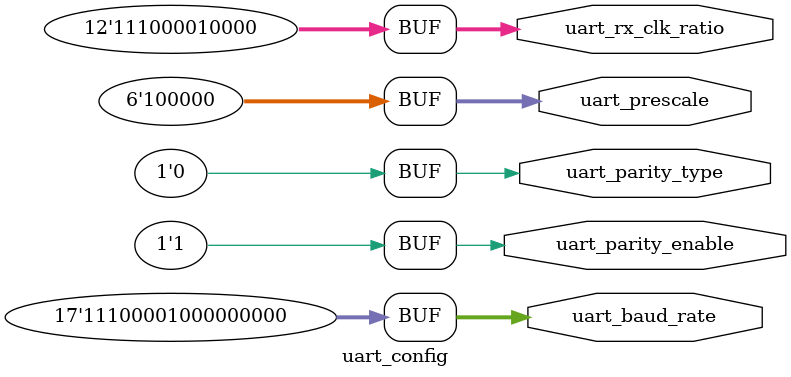
<source format=v>
module uart_config #(
  parameter PRESCALE    = 32                ,
  parameter BAUD_RATE   = 115200            ,
  parameter UART_RX_CLK = BAUD_RATE/PRESCALE
) (
  output wire                           uart_parity_enable,
  output wire                           uart_parity_type  ,
  output wire [ $clog2(PRESCALE+1)-1:0] uart_prescale     ,
  output wire [  $clog2(BAUD_RATE)-1:0] uart_baud_rate    ,
  output wire [$clog2(UART_RX_CLK)-1:0] uart_rx_clk_ratio
);

  localparam  PARITY_ON = 1'b1,
    PARITY_OFF  = 1'b0,
    PARITY_EVEN = 1'b0,
    PARITY_ODD  = 1'b1;

  assign uart_parity_enable = PARITY_ON;
  assign uart_parity_type   = PARITY_EVEN;
  assign uart_prescale      = PRESCALE;
  assign uart_baud_rate     = BAUD_RATE;
  assign uart_rx_clk_ratio  = UART_RX_CLK;

endmodule
</source>
